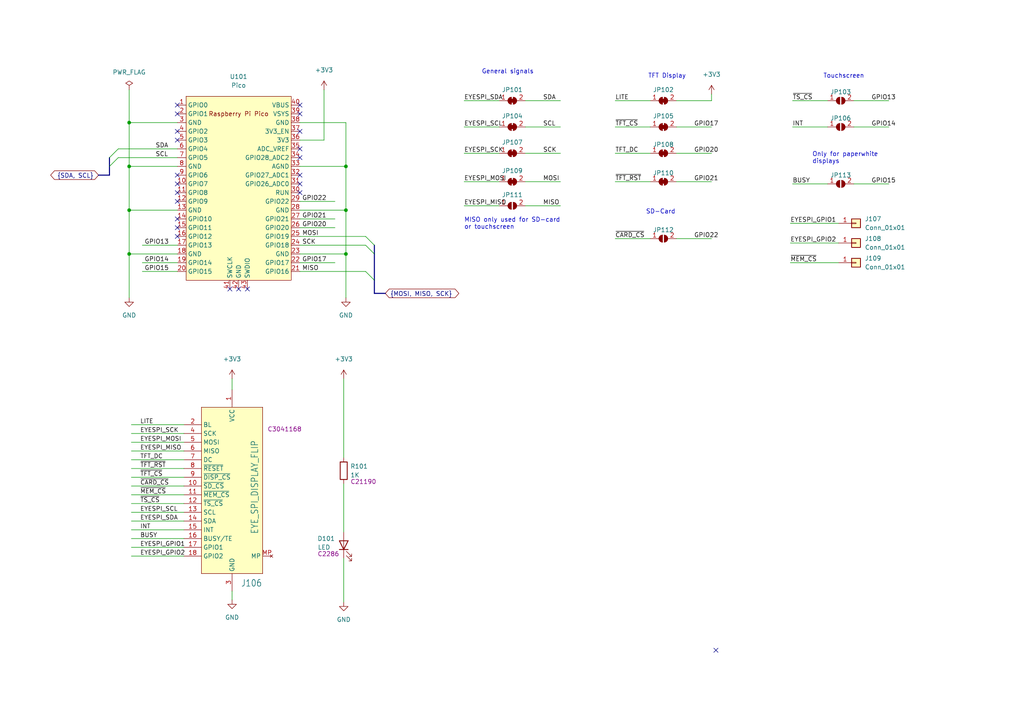
<source format=kicad_sch>
(kicad_sch (version 20211123) (generator eeschema)
  (paper "A4")
  (title_block (title "EYESPI PiCowbell") (date "2023-01-01") (rev "1.0.0") (company "Resterampe Berlin") (comment 3 "https://creativecommons.org/licenses/by-nc/4.0") (comment 4 "License CC BY-NC 4.0"))
  (lib_symbols
    (symbol "Connector_Generic:Conn_01x01" (pin_names (offset 1.016) hide)
      (property "Reference" "J" (at 0 2.54 0))
      (property "Value" "Conn_01x01" (at 0 -2.54 0))
      (symbol "Conn_01x01_1_1"
        (rectangle (start -1.27 0.127) (end 0 -0.127) (stroke (width 0.1524)))
        (rectangle (start -1.27 1.27) (end 1.27 -1.27) (stroke (width 0.254)) (fill (type background)))
        (pin passive line (at -5.08 0 0) (length 3.81) (name "Pin_1") (number "1"))
      )
    )
    (symbol "Device:LED" (pin_numbers hide) (pin_names (offset 1.016) hide)
      (property "Reference" "D" (at 0 2.54 0))
      (property "Value" "LED" (at 0 -2.54 0))
      (symbol "LED_0_1"
        (polyline (pts (xy -1.27 -1.27) (xy -1.27 1.27)) (stroke (width 0.254)))
        (polyline (pts (xy -1.27 0) (xy 1.27 0)))
        (polyline (pts (xy 1.27 -1.27) (xy 1.27 1.27) (xy -1.27 0) (xy 1.27 -1.27)) (stroke (width 0.254)))
        (polyline (pts (xy -3.048 -0.762) (xy -4.572 -2.286) (xy -3.81 -2.286) (xy -4.572 -2.286) (xy -4.572 -1.524)))
        (polyline (pts (xy -1.778 -0.762) (xy -3.302 -2.286) (xy -2.54 -2.286) (xy -3.302 -2.286) (xy -3.302 -1.524)))
      )
      (symbol "LED_1_1"
        (pin passive line (at -3.81 0 0) (length 2.54) (name "K") (number "1"))
        (pin passive line (at 3.81 0 180) (length 2.54) (name "A") (number "2"))
      )
    )
    (symbol "Device:R" (pin_numbers hide) (pin_names (offset 0))
      (property "Reference" "R" (at 2.032 0 90))
      (property "Value" "R" (at 0 0 90))
      (symbol "R_0_1"
        (rectangle (start -1.016 -2.54) (end 1.016 2.54) (stroke (width 0.254)))
      )
      (symbol "R_1_1"
        (pin passive line (at 0 3.81 270) (length 1.27) (name "~") (number "1"))
        (pin passive line (at 0 -3.81 90) (length 1.27) (name "~") (number "2"))
      )
    )
    (symbol "Jumper:SolderJumper_2_Bridged" (pin_names (offset 0) hide)
      (property "Reference" "JP" (at 0 2.032 0))
      (property "Value" "SolderJumper_2_Bridged" (at 0 -2.54 0))
      (symbol "SolderJumper_2_Bridged_0_1"
        (rectangle (start -0.508 0.508) (end 0.508 -0.508) (fill (type outline)))
        (arc (start -0.254 1.016) (mid -1.27 0) (end -0.254 -1.016))
        (arc (start -0.254 1.016) (mid -1.27 0) (end -0.254 -1.016) (fill (type outline)))
        (polyline (pts (xy -0.254 1.016) (xy -0.254 -1.016)))
        (polyline (pts (xy 0.254 1.016) (xy 0.254 -1.016)))
        (arc (start 0.254 -1.016) (mid 1.27 0) (end 0.254 1.016))
        (arc (start 0.254 -1.016) (mid 1.27 0) (end 0.254 1.016) (fill (type outline)))
      )
      (symbol "SolderJumper_2_Bridged_1_1"
        (pin passive line (at -3.81 0 0) (length 2.54) (name "A") (number "1"))
        (pin passive line (at 3.81 0 180) (length 2.54) (name "B") (number "2"))
      )
    )
    (symbol "Jumper:SolderJumper_2_Open" (pin_names (offset 0) hide)
      (property "Reference" "JP" (at 0 2.032 0))
      (property "Value" "SolderJumper_2_Open" (at 0 -2.54 0))
      (symbol "SolderJumper_2_Open_0_1"
        (arc (start -0.254 1.016) (mid -1.27 0) (end -0.254 -1.016))
        (arc (start -0.254 1.016) (mid -1.27 0) (end -0.254 -1.016) (fill (type outline)))
        (polyline (pts (xy -0.254 1.016) (xy -0.254 -1.016)))
        (polyline (pts (xy 0.254 1.016) (xy 0.254 -1.016)))
        (arc (start 0.254 -1.016) (mid 1.27 0) (end 0.254 1.016))
        (arc (start 0.254 -1.016) (mid 1.27 0) (end 0.254 1.016) (fill (type outline)))
      )
      (symbol "SolderJumper_2_Open_1_1"
        (pin passive line (at -3.81 0 0) (length 2.54) (name "A") (number "1"))
        (pin passive line (at 3.81 0 180) (length 2.54) (name "B") (number "2"))
      )
    )
    (symbol "MCU_RaspberryPi_and_Boards:Pico"
      (property "Reference" "U" (at -13.97 27.94 0))
      (property "Value" "Pico" (at 0 19.05 0))
      (symbol "Pico_0_0"
        (text "Raspberry Pi Pico" (at 0 21.59 0) (effects (font (size 1.27 1.27))))
      )
      (symbol "Pico_0_1"
        (rectangle (start -15.24 26.67) (end 15.24 -26.67) (fill (type background)))
      )
      (symbol "Pico_1_1"
        (pin bidirectional line (at -17.78 24.13 0) (length 2.54) (name "GPIO0") (number "1"))
        (pin bidirectional line (at -17.78 1.27 0) (length 2.54) (name "GPIO7") (number "10"))
        (pin bidirectional line (at -17.78 -1.27 0) (length 2.54) (name "GPIO8") (number "11"))
        (pin bidirectional line (at -17.78 -3.81 0) (length 2.54) (name "GPIO9") (number "12"))
        (pin power_in line (at -17.78 -6.35 0) (length 2.54) (name "GND") (number "13"))
        (pin bidirectional line (at -17.78 -8.89 0) (length 2.54) (name "GPIO10") (number "14"))
        (pin bidirectional line (at -17.78 -11.43 0) (length 2.54) (name "GPIO11") (number "15"))
        (pin bidirectional line (at -17.78 -13.97 0) (length 2.54) (name "GPIO12") (number "16"))
        (pin bidirectional line (at -17.78 -16.51 0) (length 2.54) (name "GPIO13") (number "17"))
        (pin power_in line (at -17.78 -19.05 0) (length 2.54) (name "GND") (number "18"))
        (pin bidirectional line (at -17.78 -21.59 0) (length 2.54) (name "GPIO14") (number "19"))
        (pin bidirectional line (at -17.78 21.59 0) (length 2.54) (name "GPIO1") (number "2"))
        (pin bidirectional line (at -17.78 -24.13 0) (length 2.54) (name "GPIO15") (number "20"))
        (pin bidirectional line (at 17.78 -24.13 180) (length 2.54) (name "GPIO16") (number "21"))
        (pin bidirectional line (at 17.78 -21.59 180) (length 2.54) (name "GPIO17") (number "22"))
        (pin power_in line (at 17.78 -19.05 180) (length 2.54) (name "GND") (number "23"))
        (pin bidirectional line (at 17.78 -16.51 180) (length 2.54) (name "GPIO18") (number "24"))
        (pin bidirectional line (at 17.78 -13.97 180) (length 2.54) (name "GPIO19") (number "25"))
        (pin bidirectional line (at 17.78 -11.43 180) (length 2.54) (name "GPIO20") (number "26"))
        (pin bidirectional line (at 17.78 -8.89 180) (length 2.54) (name "GPIO21") (number "27"))
        (pin power_in line (at 17.78 -6.35 180) (length 2.54) (name "GND") (number "28"))
        (pin bidirectional line (at 17.78 -3.81 180) (length 2.54) (name "GPIO22") (number "29"))
        (pin power_in line (at -17.78 19.05 0) (length 2.54) (name "GND") (number "3"))
        (pin input line (at 17.78 -1.27 180) (length 2.54) (name "RUN") (number "30"))
        (pin bidirectional line (at 17.78 1.27 180) (length 2.54) (name "GPIO26_ADC0") (number "31"))
        (pin bidirectional line (at 17.78 3.81 180) (length 2.54) (name "GPIO27_ADC1") (number "32"))
        (pin power_in line (at 17.78 6.35 180) (length 2.54) (name "AGND") (number "33"))
        (pin bidirectional line (at 17.78 8.89 180) (length 2.54) (name "GPIO28_ADC2") (number "34"))
        (pin power_in line (at 17.78 11.43 180) (length 2.54) (name "ADC_VREF") (number "35"))
        (pin power_out line (at 17.78 13.97 180) (length 2.54) (name "3V3") (number "36"))
        (pin input line (at 17.78 16.51 180) (length 2.54) (name "3V3_EN") (number "37"))
        (pin power_in line (at 17.78 19.05 180) (length 2.54) (name "GND") (number "38"))
        (pin power_out line (at 17.78 21.59 180) (length 2.54) (name "VSYS") (number "39"))
        (pin bidirectional line (at -17.78 16.51 0) (length 2.54) (name "GPIO2") (number "4"))
        (pin power_out line (at 17.78 24.13 180) (length 2.54) (name "VBUS") (number "40"))
        (pin input line (at -2.54 -29.21 90) (length 2.54) (name "SWCLK") (number "41"))
        (pin power_in line (at 0 -29.21 90) (length 2.54) (name "GND") (number "42"))
        (pin bidirectional line (at 2.54 -29.21 90) (length 2.54) (name "SWDIO") (number "43"))
        (pin bidirectional line (at -17.78 13.97 0) (length 2.54) (name "GPIO3") (number "5"))
        (pin bidirectional line (at -17.78 11.43 0) (length 2.54) (name "GPIO4") (number "6"))
        (pin bidirectional line (at -17.78 8.89 0) (length 2.54) (name "GPIO5") (number "7"))
        (pin power_in line (at -17.78 6.35 0) (length 2.54) (name "GND") (number "8"))
        (pin bidirectional line (at -17.78 3.81 0) (length 2.54) (name "GPIO6") (number "9"))
      )
    )
    (symbol "Resterampe:EYE_SPI_DISPLAY_FLIP"
      (property "Reference" "J" (at 10.16 19.05 0))
      (property "Value" "EYE_SPI_DISPLAY_FLIP" (at 7.62 -13.97 90))
      (property "LCSC" "C3041168" (at 15.24 16.51 0))
      (symbol "EYE_SPI_DISPLAY_FLIP_0_1"
        (rectangle (start -8.89 22.86) (end 8.89 -25.4) (fill (type background)))
      )
      (symbol "EYE_SPI_DISPLAY_FLIP_1_0"
        (pin power_in line (at 0 27.94 270) (length 5.08) (name "VCC") (number "1"))
        (pin input line (at -13.97 0 0) (length 5.08) (name "~{SD_CS}") (number "10"))
        (pin input line (at -13.97 -2.54 0) (length 5.08) (name "~{MEM_CS}") (number "11"))
        (pin input line (at -13.97 -5.08 0) (length 5.08) (name "~{TS_CS}") (number "12"))
        (pin input line (at -13.97 -7.62 0) (length 5.08) (name "SCL") (number "13"))
        (pin bidirectional line (at -13.97 -10.16 0) (length 5.08) (name "SDA") (number "14"))
        (pin output line (at -13.97 -12.7 0) (length 5.08) (name "INT") (number "15"))
        (pin output line (at -13.97 -15.24 0) (length 5.08) (name "BUSY/TE") (number "16"))
        (pin passive line (at -13.97 -17.78 0) (length 5.08) (name "GPIO1") (number "17"))
        (pin passive line (at -13.97 -20.32 0) (length 5.08) (name "GPIO2") (number "18"))
        (pin input line (at -13.97 17.78 0) (length 5.08) (name "BL") (number "2"))
        (pin power_in line (at 0 -30.48 90) (length 5.08) (name "GND") (number "3"))
        (pin input line (at -13.97 15.24 0) (length 5.08) (name "SCK") (number "4"))
        (pin input line (at -13.97 12.7 0) (length 5.08) (name "MOSI") (number "5"))
        (pin tri_state line (at -13.97 10.16 0) (length 5.08) (name "MISO") (number "6"))
        (pin input line (at -13.97 7.62 0) (length 5.08) (name "DC") (number "7"))
        (pin input line (at -13.97 5.08 0) (length 5.08) (name "~{RESET}") (number "8"))
        (pin input line (at -13.97 2.54 0) (length 5.08) (name "~{DISP_CS}") (number "9"))
      )
      (symbol "EYE_SPI_DISPLAY_FLIP_1_1"
        (pin no_connect line (at 11.43 -20.32 180) (length 2.54) (name "MP") (number "MP"))
      )
    )
    (symbol "power:+3V3" (power) (pin_names (offset 0))
      (property "Value" "+3V3" (at 0 3.556 0))
      (symbol "+3V3_0_1"
        (polyline (pts (xy -0.762 1.27) (xy 0 2.54)))
        (polyline (pts (xy 0 0) (xy 0 2.54)))
        (polyline (pts (xy 0 2.54) (xy 0.762 1.27)))
      )
      (symbol "+3V3_1_1"
        (pin power_in line (at 0 0 90) (length 0) hide (name "+3V3") (number "1"))
      )
    )
    (symbol "power:GND" (power) (pin_names (offset 0))
      (property "Value" "GND" (at 0 -3.81 0))
      (symbol "GND_0_1"
        (polyline (pts (xy 0 0) (xy 0 -1.27) (xy 1.27 -1.27) (xy 0 -2.54) (xy -1.27 -1.27) (xy 0 -1.27)))
      )
      (symbol "GND_1_1"
        (pin power_in line (at 0 0 270) (length 0) hide (name "GND") (number "1"))
      )
    )
    (symbol "power:PWR_FLAG" (power) (pin_numbers hide) (pin_names (offset 0) hide)
      (property "Value" "PWR_FLAG" (at 0 3.81 0))
      (symbol "PWR_FLAG_0_0"
        (pin power_out line (at 0 0 90) (length 0) (name "pwr") (number "1"))
      )
      (symbol "PWR_FLAG_0_1"
        (polyline (pts (xy 0 0) (xy 0 1.27) (xy -1.016 1.905) (xy 0 2.54) (xy 1.016 1.905) (xy 0 1.27)))
      )
    )
  )
  (junction (at 37.465 35.56))
  (junction (at 100.33 73.66))
  (junction (at 37.465 73.66))
  (junction (at 100.33 48.26))
  (junction (at 37.465 60.96))
  (junction (at 37.465 48.26))
  (junction (at 100.33 60.96))
  (no_connect (at 66.675 83.82))
  (no_connect (at 86.995 43.18))
  (no_connect (at 51.435 58.42))
  (no_connect (at 51.435 33.02))
  (no_connect (at 86.995 33.02))
  (no_connect (at 51.435 50.8))
  (no_connect (at 51.435 30.48))
  (no_connect (at 51.435 55.88))
  (no_connect (at 71.755 83.82))
  (no_connect (at 86.995 45.72))
  (no_connect (at 86.995 38.1))
  (no_connect (at 51.435 40.64))
  (no_connect (at 86.995 50.8))
  (no_connect (at 51.435 63.5))
  (no_connect (at 51.435 53.34))
  (no_connect (at 69.215 83.82))
  (no_connect (at 207.645 188.595))
  (no_connect (at 86.995 30.48))
  (no_connect (at 86.995 55.88))
  (no_connect (at 51.435 66.04))
  (no_connect (at 86.995 53.34))
  (no_connect (at 51.435 68.58))
  (no_connect (at 51.435 38.1))
  (bus_entry (at 106.045 78.74) (size 2.54 2.54))
  (bus_entry (at 31.75 45.72) (size 2.54 -2.54))
  (bus_entry (at 106.045 71.12) (size 2.54 2.54))
  (bus_entry (at 31.75 48.26) (size 2.54 -2.54))
  (bus_entry (at 106.045 68.58) (size 2.54 2.54))
  (bus (pts (xy 31.75 45.72) (xy 31.75 48.26)))
  (wire (pts (xy 196.215 36.83) (xy 206.375 36.83)))
  (wire (pts (xy 196.215 29.21) (xy 206.375 29.21)))
  (wire (pts (xy 86.995 35.56) (xy 100.33 35.56)))
  (wire (pts (xy 53.34 161.29) (xy 38.1 161.29)))
  (wire (pts (xy 53.34 153.67) (xy 38.1 153.67)))
  (wire (pts (xy 86.995 71.12) (xy 106.045 71.12)))
  (wire (pts (xy 99.695 161.925) (xy 99.695 174.625)))
  (wire (pts (xy 229.87 29.21) (xy 240.03 29.21)))
  (wire (pts (xy 196.215 52.705) (xy 206.375 52.705)))
  (wire (pts (xy 134.62 44.45) (xy 144.78 44.45)))
  (wire (pts (xy 37.465 48.26) (xy 51.435 48.26)))
  (wire (pts (xy 247.65 36.83) (xy 257.81 36.83)))
  (wire (pts (xy 134.62 29.21) (xy 144.78 29.21)))
  (wire (pts (xy 37.465 35.56) (xy 37.465 48.26)))
  (wire (pts (xy 86.995 48.26) (xy 100.33 48.26)))
  (wire (pts (xy 38.1 138.43) (xy 53.34 138.43)))
  (wire (pts (xy 152.4 59.69) (xy 162.56 59.69)))
  (wire (pts (xy 37.465 73.66) (xy 51.435 73.66)))
  (wire (pts (xy 67.31 109.855) (xy 67.31 113.03)))
  (wire (pts (xy 100.33 48.26) (xy 100.33 60.96)))
  (wire (pts (xy 134.62 52.705) (xy 144.78 52.705)))
  (wire (pts (xy 34.29 45.72) (xy 51.435 45.72)))
  (wire (pts (xy 53.34 123.19) (xy 38.1 123.19)))
  (wire (pts (xy 86.995 40.64) (xy 93.98 40.64)))
  (wire (pts (xy 134.62 59.69) (xy 144.78 59.69)))
  (wire (pts (xy 178.435 69.215) (xy 188.595 69.215)))
  (wire (pts (xy 37.465 48.26) (xy 37.465 60.96)))
  (bus (pts (xy 108.585 73.66) (xy 108.585 81.28)))
  (wire (pts (xy 53.34 148.59) (xy 38.1 148.59)))
  (wire (pts (xy 37.465 35.56) (xy 51.435 35.56)))
  (wire (pts (xy 86.995 76.2) (xy 97.155 76.2)))
  (wire (pts (xy 178.435 29.21) (xy 188.595 29.21)))
  (wire (pts (xy 152.4 36.83) (xy 162.56 36.83)))
  (wire (pts (xy 86.995 60.96) (xy 100.33 60.96)))
  (wire (pts (xy 86.995 63.5) (xy 97.155 63.5)))
  (wire (pts (xy 100.33 60.96) (xy 100.33 73.66)))
  (wire (pts (xy 178.435 36.83) (xy 188.595 36.83)))
  (wire (pts (xy 152.4 44.45) (xy 162.56 44.45)))
  (wire (pts (xy 41.275 76.2) (xy 51.435 76.2)))
  (wire (pts (xy 38.1 151.13) (xy 53.34 151.13)))
  (wire (pts (xy 37.465 73.66) (xy 37.465 86.36)))
  (wire (pts (xy 67.31 171.45) (xy 67.31 173.99)))
  (wire (pts (xy 229.235 76.2) (xy 243.205 76.2)))
  (wire (pts (xy 178.435 52.705) (xy 188.595 52.705)))
  (wire (pts (xy 34.29 43.18) (xy 51.435 43.18)))
  (wire (pts (xy 229.87 36.83) (xy 240.03 36.83)))
  (bus (pts (xy 108.585 85.09) (xy 111.76 85.09)))
  (wire (pts (xy 196.215 44.45) (xy 206.375 44.45)))
  (bus (pts (xy 28.575 50.8) (xy 31.75 50.8)))
  (bus (pts (xy 108.585 81.28) (xy 108.585 85.09)))
  (wire (pts (xy 53.34 135.89) (xy 38.1 135.89)))
  (wire (pts (xy 247.65 29.21) (xy 257.81 29.21)))
  (bus (pts (xy 31.75 48.26) (xy 31.75 50.8)))
  (wire (pts (xy 38.1 130.81) (xy 53.34 130.81)))
  (wire (pts (xy 100.33 35.56) (xy 100.33 48.26)))
  (wire (pts (xy 41.275 78.74) (xy 51.435 78.74)))
  (wire (pts (xy 229.87 53.34) (xy 240.03 53.34)))
  (wire (pts (xy 53.34 128.27) (xy 38.1 128.27)))
  (wire (pts (xy 53.34 133.35) (xy 38.1 133.35)))
  (wire (pts (xy 86.995 78.74) (xy 106.045 78.74)))
  (wire (pts (xy 93.98 26.035) (xy 93.98 40.64)))
  (wire (pts (xy 38.1 156.21) (xy 53.34 156.21)))
  (wire (pts (xy 99.695 109.855) (xy 99.695 132.715)))
  (wire (pts (xy 53.34 158.75) (xy 38.1 158.75)))
  (wire (pts (xy 178.435 44.45) (xy 188.595 44.45)))
  (wire (pts (xy 229.235 70.485) (xy 243.205 70.485)))
  (bus (pts (xy 108.585 71.12) (xy 108.585 73.66)))
  (wire (pts (xy 247.65 53.34) (xy 257.81 53.34)))
  (wire (pts (xy 86.995 58.42) (xy 97.155 58.42)))
  (wire (pts (xy 196.215 69.215) (xy 206.375 69.215)))
  (wire (pts (xy 152.4 52.705) (xy 162.56 52.705)))
  (wire (pts (xy 53.34 140.97) (xy 38.1 140.97)))
  (wire (pts (xy 99.695 140.335) (xy 99.695 154.305)))
  (wire (pts (xy 86.995 68.58) (xy 106.045 68.58)))
  (wire (pts (xy 41.275 71.12) (xy 51.435 71.12)))
  (wire (pts (xy 152.4 29.21) (xy 162.56 29.21)))
  (wire (pts (xy 37.465 26.035) (xy 37.465 35.56)))
  (wire (pts (xy 206.375 27.305) (xy 206.375 29.21)))
  (wire (pts (xy 38.1 146.05) (xy 53.34 146.05)))
  (wire (pts (xy 86.995 66.04) (xy 97.155 66.04)))
  (wire (pts (xy 37.465 60.96) (xy 37.465 73.66)))
  (wire (pts (xy 37.465 60.96) (xy 51.435 60.96)))
  (wire (pts (xy 134.62 36.83) (xy 144.78 36.83)))
  (wire (pts (xy 53.34 125.73) (xy 38.1 125.73)))
  (wire (pts (xy 229.235 64.77) (xy 243.205 64.77)))
  (wire (pts (xy 100.33 73.66) (xy 100.33 86.36)))
  (wire (pts (xy 86.995 73.66) (xy 100.33 73.66)))
  (wire (pts (xy 53.34 143.51) (xy 38.1 143.51)))
  (text "General signals" (at 139.7 21.59 0) (effects (font (size 1.27 1.27)) (justify left bottom)))
  (text "MISO only used for SD-card \nor touchscreen\n" (at 134.62 66.675 0) (effects (font (size 1.27 1.27)) (justify left bottom)))
  (text "Touchscreen\n" (at 238.76 22.86 0) (effects (font (size 1.27 1.27)) (justify left bottom)))
  (text "TFT Display" (at 187.96 22.86 0) (effects (font (size 1.27 1.27)) (justify left bottom)))
  (text "Only for paperwhite\ndisplays" (at 235.585 47.625 0) (effects (font (size 1.27 1.27)) (justify left bottom)))
  (text "SD-Card\n" (at 187.325 62.23 0) (effects (font (size 1.27 1.27)) (justify left bottom)))
  (label "GPIO22" (at 201.295 69.215 0))
  (label "EYESPI_MOSI" (at 134.62 52.705 0))
  (label "GPIO13" (at 41.91 71.12 0))
  (label "LITE" (at 178.435 29.21 0))
  (label "~{MEM_CS}" (at 40.64 143.51 0) (effects (font (size 1.2446 1.2446))))
  (label "EYESPI_SCK" (at 40.64 125.73 0) (effects (font (size 1.2446 1.2446))))
  (label "BUSY" (at 40.64 156.21 0) (effects (font (size 1.2446 1.2446))))
  (label "GPIO14" (at 41.91 76.2 0))
  (label "MOSI" (at 87.63 68.58 0))
  (label "EYESPI_MOSI" (at 40.64 128.27 0) (effects (font (size 1.2446 1.2446))))
  (label "GPIO17" (at 201.295 36.83 0))
  (label "MISO" (at 87.63 78.74 0))
  (label "~{TS_CS}" (at 229.87 29.21 0))
  (label "GPIO13" (at 252.73 29.21 0))
  (label "SDA" (at 45.085 43.18 0))
  (label "SCL" (at 45.085 45.72 0))
  (label "TFT_DC" (at 40.64 133.35 0) (effects (font (size 1.2446 1.2446))))
  (label "MISO" (at 157.48 59.69 0))
  (label "~{CARD_CS}" (at 178.435 69.215 0))
  (label "GPIO20" (at 201.295 44.45 0))
  (label "~{CARD_CS}" (at 40.64 140.97 0) (effects (font (size 1.2446 1.2446))))
  (label "EYESPI_GPIO2" (at 229.235 70.485 0))
  (label "LITE" (at 40.64 123.19 0) (effects (font (size 1.2446 1.2446))))
  (label "EYESPI_MISO" (at 134.62 59.69 0))
  (label "GPIO15" (at 252.73 53.34 0))
  (label "~{TFT_RST}" (at 178.435 52.705 0))
  (label "EYESPI_SCL" (at 40.64 148.59 0) (effects (font (size 1.2446 1.2446))))
  (label "MOSI" (at 157.48 52.705 0))
  (label "~{TFT_RST}" (at 40.64 135.89 0) (effects (font (size 1.2446 1.2446))))
  (label "EYESPI_SDA" (at 134.62 29.21 0))
  (label "GPIO22" (at 87.63 58.42 0))
  (label "GPIO20" (at 87.63 66.04 0))
  (label "~{TS_CS}" (at 40.64 146.05 0) (effects (font (size 1.2446 1.2446))))
  (label "EYESPI_SCL" (at 134.62 36.83 0))
  (label "GPIO17" (at 87.63 76.2 0))
  (label "GPIO21" (at 201.295 52.705 0))
  (label "INT" (at 40.64 153.67 0) (effects (font (size 1.2446 1.2446))))
  (label "~{TFT_CS}" (at 178.435 36.83 0))
  (label "EYESPI_MISO" (at 40.64 130.81 0) (effects (font (size 1.2446 1.2446))))
  (label "EYESPI_SCK" (at 134.62 44.45 0))
  (label "GPIO14" (at 252.73 36.83 0))
  (label "GPIO15" (at 41.91 78.74 0))
  (label "GPIO21" (at 87.63 63.5 0))
  (label "SDA" (at 157.48 29.21 0))
  (label "EYESPI_GPIO2" (at 40.64 161.29 0) (effects (font (size 1.2446 1.2446))))
  (label "EYESPI_GPIO1" (at 229.235 64.77 0))
  (label "SCL" (at 157.48 36.83 0))
  (label "BUSY" (at 229.87 53.34 0))
  (label "TFT_DC" (at 178.435 44.45 0))
  (label "~{MEM_CS}" (at 229.235 76.2 0))
  (label "SCK" (at 87.63 71.12 0))
  (label "INT" (at 229.87 36.83 0))
  (label "EYESPI_SDA" (at 40.64 151.13 0) (effects (font (size 1.2446 1.2446))))
  (label "EYESPI_GPIO1" (at 40.64 158.75 0) (effects (font (size 1.2446 1.2446))))
  (label "SCK" (at 157.48 44.45 0))
  (label "~{TFT_CS}" (at 40.64 138.43 0) (effects (font (size 1.2446 1.2446))))
  (global_label "{SDA, SCL}" (shape bidirectional) (at 28.575 50.8 180) (property "Referenzen zwischen Schaltplänen" "${INTERSHEET_REFS}" (effects hide)))
  (global_label "{MOSI, MISO, SCK}" (shape bidirectional) (at 111.76 85.09 0) (property "Referenzen zwischen Schaltplänen" "${INTERSHEET_REFS}" (effects hide)))
  (symbol (lib_id "Jumper:SolderJumper_2_Bridged") (at 192.405 52.705 0) (unit 1)
    (property "Reference" "JP110" (at 192.405 50.165 0))
    (property "Value" "SolderJumper_2_Bridged" (effects hide))
    (property "Footprint" "Jumper:SolderJumper-2_P1.3mm_Bridged_Pad1.0x1.5mm" (effects hide))
  )
  (symbol (lib_id "Resterampe:EYE_SPI_DISPLAY_FLIP") (at 67.31 140.97 0) (unit 1)
    (property "Reference" "J106" (at 69.85 170.18 0) (effects (font (size 1.9304 1.6408)) (justify left bottom)))
    (property "Value" "EYE_SPI_DISPLAY_FLIP" (at 74.93 154.94 90) (effects (font (size 1.9304 1.6408)) (justify left bottom)))
    (property "Footprint" "Connector_FFC-FPC:Hirose_FH12-18S-0.5SH_1x18-1MP_P0.50mm_Horizontal" (effects hide))
    (property "Datasheet" "https://learn.adafruit.com/adafruit-eyespi-breakout-board/pinouts" (effects hide))
    (property "LCSC" "C3041168" (at 82.55 124.46 0))
  )
  (symbol (lib_id "power:GND") (at 100.33 86.36 0) (mirror y) (unit 1)
    (property "Reference" "#PWR0103" (effects hide))
    (property "Value" "GND" (at 100.33 91.44 0))
  )
  (symbol (lib_id "Jumper:SolderJumper_2_Bridged") (at 148.59 52.705 0) (unit 1)
    (property "Reference" "JP109" (at 148.59 49.53 0))
    (property "Value" "SolderJumper_2_Bridged" (effects hide))
    (property "Footprint" "Jumper:SolderJumper-2_P1.3mm_Bridged_Pad1.0x1.5mm" (effects hide))
  )
  (symbol (lib_id "Connector_Generic:Conn_01x01") (at 248.285 76.2 0) (unit 1)
    (property "Reference" "J109" (at 250.825 74.9299 0) (effects (justify left)))
    (property "Value" "Conn_01x01" (at 250.825 77.4699 0) (effects (justify left)))
    (property "Footprint" "Connector_Wire:SolderWire-0.25sqmm_1x01_D0.65mm_OD1.7mm" (effects hide))
  )
  (symbol (lib_id "power:+3V3") (at 93.98 26.035 0) (unit 1)
    (property "Reference" "#PWR0108" (effects hide))
    (property "Value" "+3V3" (at 93.98 20.32 0))
  )
  (symbol (lib_id "Connector_Generic:Conn_01x01") (at 248.285 70.485 0) (unit 1)
    (property "Reference" "J108" (at 250.825 69.2149 0) (effects (justify left)))
    (property "Value" "Conn_01x01" (at 250.825 71.7549 0) (effects (justify left)))
    (property "Footprint" "Connector_Wire:SolderWire-0.25sqmm_1x01_D0.65mm_OD1.7mm" (effects hide))
  )
  (symbol (lib_id "Jumper:SolderJumper_2_Bridged") (at 148.59 44.45 0) (unit 1)
    (property "Reference" "JP107" (at 148.59 41.275 0))
    (property "Value" "SolderJumper_2_Bridged" (effects hide))
    (property "Footprint" "Jumper:SolderJumper-2_P1.3mm_Bridged_Pad1.0x1.5mm" (effects hide))
  )
  (symbol (lib_id "Jumper:SolderJumper_2_Bridged") (at 192.405 29.21 0) (unit 1)
    (property "Reference" "JP102" (at 192.405 26.035 0))
    (property "Value" "SolderJumper_2_Bridged" (effects hide))
    (property "Footprint" "Jumper:SolderJumper-2_P1.3mm_Bridged_Pad1.0x1.5mm" (effects hide))
  )
  (symbol (lib_id "power:PWR_FLAG") (at 37.465 26.035 0) (mirror y) (unit 1)
    (property "Reference" "#FLG0102" (effects hide))
    (property "Value" "PWR_FLAG" (at 37.465 20.955 0))
  )
  (symbol (lib_id "Device:R") (at 99.695 136.525 0) (unit 1)
    (property "Reference" "R101" (at 101.6 135.2549 0) (effects (justify left)))
    (property "Value" "1K" (at 101.6 137.7949 0) (effects (justify left)))
    (property "Footprint" "Resistor_SMD:R_0603_1608Metric_Pad0.98x0.95mm_HandSolder" (effects hide))
    (property "LCSC" "C21190" (at 105.41 139.7 0))
  )
  (symbol (lib_id "Jumper:SolderJumper_2_Bridged") (at 148.59 29.21 0) (unit 1)
    (property "Reference" "JP101" (at 148.59 26.035 0))
    (property "Value" "SolderJumper_2_Bridged" (effects hide))
    (property "Footprint" "Jumper:SolderJumper-2_P1.3mm_Bridged_Pad1.0x1.5mm" (effects hide))
  )
  (symbol (lib_id "Jumper:SolderJumper_2_Open") (at 148.59 59.69 0) (unit 1)
    (property "Reference" "JP111" (at 148.59 56.515 0))
    (property "Value" "SolderJumper_2_Open" (effects hide))
    (property "Footprint" "Jumper:SolderJumper-2_P1.3mm_Open_Pad1.0x1.5mm" (effects hide))
  )
  (symbol (lib_id "power:+3V3") (at 67.31 109.855 0) (unit 1)
    (property "Reference" "#PWR0101" (effects hide))
    (property "Value" "+3V3" (at 67.31 104.14 0))
  )
  (symbol (lib_id "Jumper:SolderJumper_2_Bridged") (at 148.59 36.83 0) (unit 1)
    (property "Reference" "JP104" (at 148.59 33.655 0))
    (property "Value" "SolderJumper_2_Bridged" (effects hide))
    (property "Footprint" "Jumper:SolderJumper-2_P1.3mm_Bridged_Pad1.0x1.5mm" (effects hide))
  )
  (symbol (lib_id "power:+3V3") (at 99.695 109.855 0) (unit 1)
    (property "Reference" "#PWR0105" (effects hide))
    (property "Value" "+3V3" (at 99.695 104.14 0))
  )
  (symbol (lib_id "Jumper:SolderJumper_2_Open") (at 192.405 69.215 0) (unit 1)
    (property "Reference" "JP112" (at 192.405 66.675 0))
    (property "Value" "SolderJumper_2_Open" (effects hide))
    (property "Footprint" "Jumper:SolderJumper-2_P1.3mm_Open_Pad1.0x1.5mm" (effects hide))
  )
  (symbol (lib_id "Jumper:SolderJumper_2_Bridged") (at 192.405 36.83 0) (unit 1)
    (property "Reference" "JP105" (at 192.405 33.655 0))
    (property "Value" "SolderJumper_2_Bridged" (effects hide))
    (property "Footprint" "Jumper:SolderJumper-2_P1.3mm_Bridged_Pad1.0x1.5mm" (effects hide))
  )
  (symbol (lib_id "Jumper:SolderJumper_2_Open") (at 243.84 53.34 0) (unit 1)
    (property "Reference" "JP113" (at 243.84 50.8 0))
    (property "Value" "SolderJumper_2_Open" (effects hide))
    (property "Footprint" "Jumper:SolderJumper-2_P1.3mm_Open_Pad1.0x1.5mm" (effects hide))
  )
  (symbol (lib_id "power:GND") (at 99.695 174.625 0) (unit 1)
    (property "Reference" "#PWR0107" (effects hide))
    (property "Value" "GND" (at 99.695 179.705 0))
  )
  (symbol (lib_id "Jumper:SolderJumper_2_Open") (at 243.84 29.21 0) (unit 1)
    (property "Reference" "JP103" (at 243.84 26.67 0))
    (property "Value" "SolderJumper_2_Open" (effects hide))
    (property "Footprint" "Jumper:SolderJumper-2_P1.3mm_Open_Pad1.0x1.5mm" (effects hide))
  )
  (symbol (lib_id "Jumper:SolderJumper_2_Bridged") (at 192.405 44.45 0) (unit 1)
    (property "Reference" "JP108" (at 192.405 41.91 0))
    (property "Value" "SolderJumper_2_Bridged" (effects hide))
    (property "Footprint" "Jumper:SolderJumper-2_P1.3mm_Bridged_Pad1.0x1.5mm" (effects hide))
  )
  (symbol (lib_id "Connector_Generic:Conn_01x01") (at 248.285 64.77 0) (unit 1)
    (property "Reference" "J107" (at 250.825 63.4999 0) (effects (justify left)))
    (property "Value" "Conn_01x01" (at 250.825 66.0399 0) (effects (justify left)))
    (property "Footprint" "Connector_Wire:SolderWire-0.25sqmm_1x01_D0.65mm_OD1.7mm" (effects hide))
  )
  (symbol (lib_id "power:GND") (at 37.465 86.36 0) (unit 1)
    (property "Reference" "#PWR0104" (effects hide))
    (property "Value" "GND" (at 37.465 91.44 0))
  )
  (symbol (lib_id "Device:LED") (at 99.695 158.115 90) (unit 1)
    (property "Reference" "D101" (at 94.615 156.21 90))
    (property "Value" "LED" (at 93.98 158.75 90))
    (property "Footprint" "LED_SMD:LED_0603_1608Metric_Pad1.05x0.95mm_HandSolder" (effects hide))
    (property "LCSC" "C2286" (at 95.25 160.655 90))
  )
  (symbol (lib_id "Jumper:SolderJumper_2_Open") (at 243.84 36.83 0) (unit 1)
    (property "Reference" "JP106" (at 243.84 34.29 0))
    (property "Value" "SolderJumper_2_Open" (effects hide))
    (property "Footprint" "Jumper:SolderJumper-2_P1.3mm_Open_Pad1.0x1.5mm" (effects hide))
  )
  (symbol (lib_id "MCU_RaspberryPi_and_Boards:Pico") (at 69.215 54.61 0) (unit 1)
    (property "Reference" "U101" (at 69.215 22.225 0))
    (property "Value" "Pico" (at 69.215 24.765 0))
    (property "Footprint" "MCU_RaspberryPi_and_Boards:RPi_Pico_TH" (effects hide))
  )
  (symbol (lib_id "power:+3V3") (at 206.375 27.305 0) (unit 1)
    (property "Reference" "#PWR0102" (effects hide))
    (property "Value" "+3V3" (at 206.375 21.59 0))
  )
  (symbol (lib_id "power:GND") (at 67.31 173.99 0) (unit 1)
    (property "Reference" "#PWR0106" (effects hide))
    (property "Value" "GND" (at 67.31 179.07 0))
  )
)
</source>
